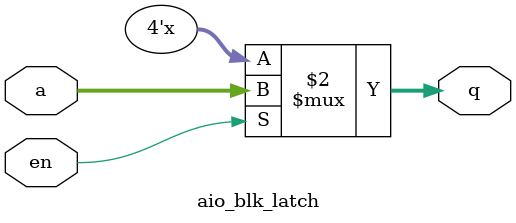
<source format=v>
`default_nettype none

/*
    reset_resync: async rstb -> sync srstb
    dff_resync: basic signal resync
    pulse_toggle: first part of toggle resync
    pulse_resync: second part of toggle resync
    bus_resync: recirculation mux
*/
module reset_resync #(
    parameter integer STAGES = 2
) (
    input   wire    clk,
    input   wire    rstb,
    output  wire    srstb
);

    reg [STAGES-1:0] resync;

    always @(posedge clk, negedge rstb)
        if (!rstb)
            resync <= {STAGES{1'b0}};
        else
            resync <= {resync[STAGES-2:0], 1'b1};

    buf g_o (srstb, resync[STAGES-1]);
endmodule

module dff_resync #(
    parameter integer STAGES = 2
) (
    input   wire    clk,
    input   wire    rstb,
    input   wire    in,
    output  wire    out
);

    reg [STAGES-1:0] resync;

    always @(posedge clk, negedge rstb)
        if (!rstb)
            resync <= {STAGES{1'b0}};
        else
            resync <= {resync[STAGES-2:0], in};

    buf g_o (out, resync[STAGES-1]);
endmodule

module pulse_toggle #(
    parameter integer MODE = 0
) (
    input   wire    clk,
    input   wire    rstb,
    input   wire    in,
    output  wire    out
);

    reg [2:0] resync;
    wire      toggle;

    generate
        // both edges
        if (MODE == 0)
            assign toggle = resync[1] ^ resync[0];
        // rising edge
        else if (MODE == 1)
            assign toggle = resync[0] & ~resync[1];
        // falling edge
        else
            assign toogle = resync[1] & ~resync[0];
    endgenerate

    always @(posedge clk, negedge rstb)
        if (!rstb)
            resync <= 3'b000;
        else if (toggle)
            resync <= {~resync[2],resync[0], in};
        else
            resync <= {resync[2], resync[0], in};

    buf g_o (out, resync[2]);

endmodule

module pulse_resync #(
    parameter integer MODE   = 0,
    parameter integer STAGES = 2
) (
    input   wire    clk,
    input   wire    rstb,
    input   wire    in,
    output  wire    out
);

    reg [STAGES-1:0] resync;

    always @(posedge clk, negedge rstb)
        if (!rstb)
            resync <= {STAGES{1'b0}};
        else
            resync <= {resync[STAGES-2:0], in};
    
    generate
        // both edges
        if (MODE == 0)
            assign out = resync[STAGES-1] ^ resync[STAGES-2];
        // rising edge
        else if (MODE == 1)
            assign out = resync[STAGES-2] & ~resync[STAGES-1];
        // falling edge
        else
            assign out = resync[STAGES-1] & ~resync[STAGES-2];
    endgenerate

endmodule

module bus_resync #(
    parameter integer N      = 4,
    parameter integer STAGES = 2
) (
    input   wire            clka,
    input   wire            rsta,
    input   wire            clkb,
    input   wire            rstb,
    input   wire [N-1:0]    in,
    input   wire            valida,
    input   wire            readyb,
    output  reg  [N-1:0]    out,
    output  wire            readya,
    output  wire            validb
);

    wire tvalid;
    wire tready;

    pulse_toggle #(
        .MODE   (1)
    ) toggle_valid (
        .clk    (clka),
        .rstb   (rsta),
        .in     (valida),
        .out    (tvalid)
    );

    pulse_resync #(
        .MODE   (1)
    ) pulse_valid (
        .clk    (clkb),
        .rstb   (rstb),
        .in     (tvalid),
        .out    (validb)
    );

    pulse_toggle #(
        .MODE   (1)
    ) toggle_ready (
        .clk    (clkb),
        .rstb   (rstb),
        .in     (readyb),
        .out    (tready)
    );

    pulse_resync #(
        .MODE   (1)
    ) pulse_ready (
        .clk    (clka),
        .rstb   (rsta),
        .in     (tready),
        .out    (readya)
    );

    always @(posedge clkb, negedge rstb)
        if (!rstb)
            out <= {N{1'b0}};
        else if (validb)
            out <= in;

endmodule

// ======== clock selection ========
module clock_mux #(
    parameter integer N = 2,
    parameter integer STAGES = 2
) (
    input   wire [N-1:0]    clk,
    input   wire [N-1:0]    rstb,
    input   wire [N-1:0]    select,
    output  wire            q
);

    wire [N-1:0] select_o;
    wire [N-1:0] block;
    reg  [N-1:0] select_fo;

    dff_resync #(
        .STAGES (STAGES)
    ) select_resync[N-1:0] (
        .clk    (clk),
        .rstb   (rstb),
        .in     (select & ~block),
        .out    (select_o)
    );

    genvar gi;
    for (gi = 0; gi < N; gi = gi + 1)
    begin
        // ==== ensure only one clock is selected ====
        if (gi == 0)
            assign block[0] = |select_fo[N-1:1];
        else if (gi == N-1)
            assign block[N-1] = |select_fo[N-2:0];
        else
            assign block[gi] = |select_fo[N-1:gi+1] || |select_fo[gi-1:0];

        //==== falling edge latch ====
        always @(clk[gi], select_o)
            if (!clk[gi]) select_fo <= select_o;
    end

    assign q = |(select_fo & clk);
endmodule

// ======== mix mode component ========
/*
    aio_blk_latch: block signal during atpg
*/
module aio_blk_latch #(
    parameter integer N = 4
) (
    input  wire [N-1:0] a,
    input  wire         en,
    output reg [N-1:0]  q
);
    always @(a, en)
        if (en)
            q <= a;
endmodule
</source>
